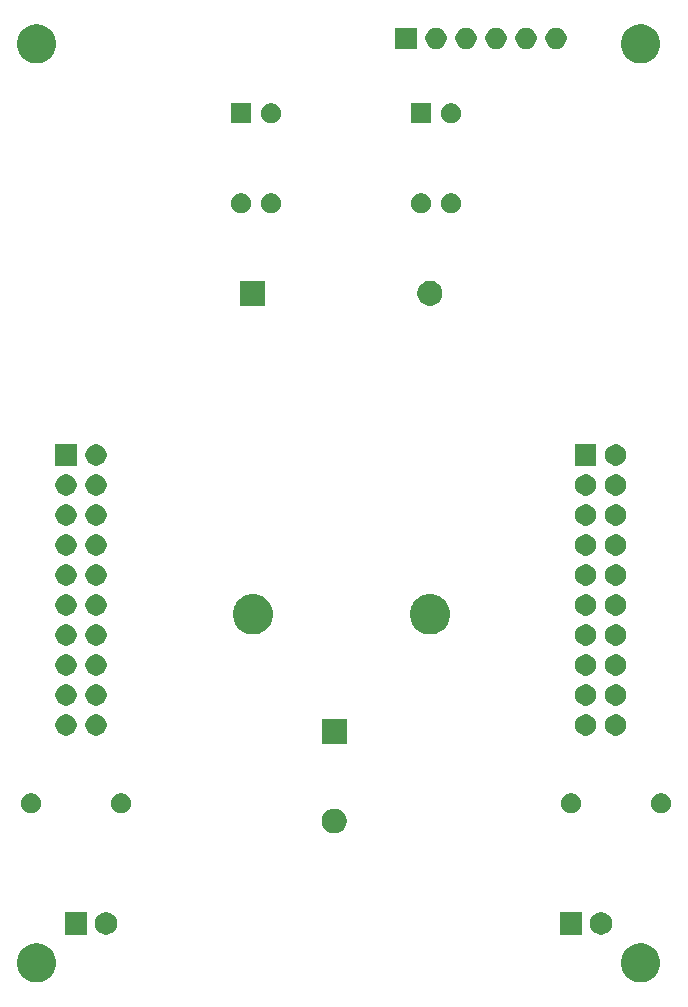
<source format=gbr>
G04 #@! TF.GenerationSoftware,KiCad,Pcbnew,5.1.5+dfsg1-2build2*
G04 #@! TF.CreationDate,2021-12-17T19:19:48-04:00*
G04 #@! TF.ProjectId,prototyping_backplane,70726f74-6f74-4797-9069-6e675f626163,B*
G04 #@! TF.SameCoordinates,Original*
G04 #@! TF.FileFunction,Soldermask,Top*
G04 #@! TF.FilePolarity,Negative*
%FSLAX46Y46*%
G04 Gerber Fmt 4.6, Leading zero omitted, Abs format (unit mm)*
G04 Created by KiCad (PCBNEW 5.1.5+dfsg1-2build2) date 2021-12-17 19:19:48*
%MOMM*%
%LPD*%
G04 APERTURE LIST*
%ADD10C,0.100000*%
G04 APERTURE END LIST*
D10*
G36*
X205655256Y-124931298D02*
G01*
X205761579Y-124952447D01*
X206062042Y-125076903D01*
X206332451Y-125257585D01*
X206562415Y-125487549D01*
X206743097Y-125757958D01*
X206867553Y-126058421D01*
X206931000Y-126377391D01*
X206931000Y-126702609D01*
X206867553Y-127021579D01*
X206743097Y-127322042D01*
X206562415Y-127592451D01*
X206332451Y-127822415D01*
X206062042Y-128003097D01*
X205761579Y-128127553D01*
X205655256Y-128148702D01*
X205442611Y-128191000D01*
X205117389Y-128191000D01*
X204904744Y-128148702D01*
X204798421Y-128127553D01*
X204497958Y-128003097D01*
X204227549Y-127822415D01*
X203997585Y-127592451D01*
X203816903Y-127322042D01*
X203692447Y-127021579D01*
X203629000Y-126702609D01*
X203629000Y-126377391D01*
X203692447Y-126058421D01*
X203816903Y-125757958D01*
X203997585Y-125487549D01*
X204227549Y-125257585D01*
X204497958Y-125076903D01*
X204798421Y-124952447D01*
X204904744Y-124931298D01*
X205117389Y-124889000D01*
X205442611Y-124889000D01*
X205655256Y-124931298D01*
G37*
G36*
X154505256Y-124931298D02*
G01*
X154611579Y-124952447D01*
X154912042Y-125076903D01*
X155182451Y-125257585D01*
X155412415Y-125487549D01*
X155593097Y-125757958D01*
X155717553Y-126058421D01*
X155781000Y-126377391D01*
X155781000Y-126702609D01*
X155717553Y-127021579D01*
X155593097Y-127322042D01*
X155412415Y-127592451D01*
X155182451Y-127822415D01*
X154912042Y-128003097D01*
X154611579Y-128127553D01*
X154505256Y-128148702D01*
X154292611Y-128191000D01*
X153967389Y-128191000D01*
X153754744Y-128148702D01*
X153648421Y-128127553D01*
X153347958Y-128003097D01*
X153077549Y-127822415D01*
X152847585Y-127592451D01*
X152666903Y-127322042D01*
X152542447Y-127021579D01*
X152479000Y-126702609D01*
X152479000Y-126377391D01*
X152542447Y-126058421D01*
X152666903Y-125757958D01*
X152847585Y-125487549D01*
X153077549Y-125257585D01*
X153347958Y-125076903D01*
X153648421Y-124952447D01*
X153754744Y-124931298D01*
X153967389Y-124889000D01*
X154292611Y-124889000D01*
X154505256Y-124931298D01*
G37*
G36*
X202207395Y-122275546D02*
G01*
X202380466Y-122347234D01*
X202380467Y-122347235D01*
X202536227Y-122451310D01*
X202668690Y-122583773D01*
X202668691Y-122583775D01*
X202772766Y-122739534D01*
X202844454Y-122912605D01*
X202881000Y-123096333D01*
X202881000Y-123283667D01*
X202844454Y-123467395D01*
X202772766Y-123640466D01*
X202772765Y-123640467D01*
X202668690Y-123796227D01*
X202536227Y-123928690D01*
X202457818Y-123981081D01*
X202380466Y-124032766D01*
X202207395Y-124104454D01*
X202023667Y-124141000D01*
X201836333Y-124141000D01*
X201652605Y-124104454D01*
X201479534Y-124032766D01*
X201402182Y-123981081D01*
X201323773Y-123928690D01*
X201191310Y-123796227D01*
X201087235Y-123640467D01*
X201087234Y-123640466D01*
X201015546Y-123467395D01*
X200979000Y-123283667D01*
X200979000Y-123096333D01*
X201015546Y-122912605D01*
X201087234Y-122739534D01*
X201191309Y-122583775D01*
X201191310Y-122583773D01*
X201323773Y-122451310D01*
X201479533Y-122347235D01*
X201479534Y-122347234D01*
X201652605Y-122275546D01*
X201836333Y-122239000D01*
X202023667Y-122239000D01*
X202207395Y-122275546D01*
G37*
G36*
X158431000Y-124141000D02*
G01*
X156529000Y-124141000D01*
X156529000Y-122239000D01*
X158431000Y-122239000D01*
X158431000Y-124141000D01*
G37*
G36*
X160297395Y-122275546D02*
G01*
X160470466Y-122347234D01*
X160470467Y-122347235D01*
X160626227Y-122451310D01*
X160758690Y-122583773D01*
X160758691Y-122583775D01*
X160862766Y-122739534D01*
X160934454Y-122912605D01*
X160971000Y-123096333D01*
X160971000Y-123283667D01*
X160934454Y-123467395D01*
X160862766Y-123640466D01*
X160862765Y-123640467D01*
X160758690Y-123796227D01*
X160626227Y-123928690D01*
X160547818Y-123981081D01*
X160470466Y-124032766D01*
X160297395Y-124104454D01*
X160113667Y-124141000D01*
X159926333Y-124141000D01*
X159742605Y-124104454D01*
X159569534Y-124032766D01*
X159492182Y-123981081D01*
X159413773Y-123928690D01*
X159281310Y-123796227D01*
X159177235Y-123640467D01*
X159177234Y-123640466D01*
X159105546Y-123467395D01*
X159069000Y-123283667D01*
X159069000Y-123096333D01*
X159105546Y-122912605D01*
X159177234Y-122739534D01*
X159281309Y-122583775D01*
X159281310Y-122583773D01*
X159413773Y-122451310D01*
X159569533Y-122347235D01*
X159569534Y-122347234D01*
X159742605Y-122275546D01*
X159926333Y-122239000D01*
X160113667Y-122239000D01*
X160297395Y-122275546D01*
G37*
G36*
X200341000Y-124141000D02*
G01*
X198439000Y-124141000D01*
X198439000Y-122239000D01*
X200341000Y-122239000D01*
X200341000Y-124141000D01*
G37*
G36*
X179646564Y-113509389D02*
G01*
X179837833Y-113588615D01*
X179837835Y-113588616D01*
X180009973Y-113703635D01*
X180156365Y-113850027D01*
X180177061Y-113881000D01*
X180271385Y-114022167D01*
X180350611Y-114213436D01*
X180391000Y-114416484D01*
X180391000Y-114623516D01*
X180350611Y-114826564D01*
X180271385Y-115017833D01*
X180271384Y-115017835D01*
X180156365Y-115189973D01*
X180009973Y-115336365D01*
X179837835Y-115451384D01*
X179837834Y-115451385D01*
X179837833Y-115451385D01*
X179646564Y-115530611D01*
X179443516Y-115571000D01*
X179236484Y-115571000D01*
X179033436Y-115530611D01*
X178842167Y-115451385D01*
X178842166Y-115451385D01*
X178842165Y-115451384D01*
X178670027Y-115336365D01*
X178523635Y-115189973D01*
X178408616Y-115017835D01*
X178408615Y-115017833D01*
X178329389Y-114826564D01*
X178289000Y-114623516D01*
X178289000Y-114416484D01*
X178329389Y-114213436D01*
X178408615Y-114022167D01*
X178502940Y-113881000D01*
X178523635Y-113850027D01*
X178670027Y-113703635D01*
X178842165Y-113588616D01*
X178842167Y-113588615D01*
X179033436Y-113509389D01*
X179236484Y-113469000D01*
X179443516Y-113469000D01*
X179646564Y-113509389D01*
G37*
G36*
X161538228Y-112211703D02*
G01*
X161693100Y-112275853D01*
X161832481Y-112368985D01*
X161951015Y-112487519D01*
X162044147Y-112626900D01*
X162108297Y-112781772D01*
X162141000Y-112946184D01*
X162141000Y-113113816D01*
X162108297Y-113278228D01*
X162044147Y-113433100D01*
X161951015Y-113572481D01*
X161832481Y-113691015D01*
X161693100Y-113784147D01*
X161538228Y-113848297D01*
X161373816Y-113881000D01*
X161206184Y-113881000D01*
X161041772Y-113848297D01*
X160886900Y-113784147D01*
X160747519Y-113691015D01*
X160628985Y-113572481D01*
X160535853Y-113433100D01*
X160471703Y-113278228D01*
X160439000Y-113113816D01*
X160439000Y-112946184D01*
X160471703Y-112781772D01*
X160535853Y-112626900D01*
X160628985Y-112487519D01*
X160747519Y-112368985D01*
X160886900Y-112275853D01*
X161041772Y-112211703D01*
X161206184Y-112179000D01*
X161373816Y-112179000D01*
X161538228Y-112211703D01*
G37*
G36*
X207258228Y-112211703D02*
G01*
X207413100Y-112275853D01*
X207552481Y-112368985D01*
X207671015Y-112487519D01*
X207764147Y-112626900D01*
X207828297Y-112781772D01*
X207861000Y-112946184D01*
X207861000Y-113113816D01*
X207828297Y-113278228D01*
X207764147Y-113433100D01*
X207671015Y-113572481D01*
X207552481Y-113691015D01*
X207413100Y-113784147D01*
X207258228Y-113848297D01*
X207093816Y-113881000D01*
X206926184Y-113881000D01*
X206761772Y-113848297D01*
X206606900Y-113784147D01*
X206467519Y-113691015D01*
X206348985Y-113572481D01*
X206255853Y-113433100D01*
X206191703Y-113278228D01*
X206159000Y-113113816D01*
X206159000Y-112946184D01*
X206191703Y-112781772D01*
X206255853Y-112626900D01*
X206348985Y-112487519D01*
X206467519Y-112368985D01*
X206606900Y-112275853D01*
X206761772Y-112211703D01*
X206926184Y-112179000D01*
X207093816Y-112179000D01*
X207258228Y-112211703D01*
G37*
G36*
X199638228Y-112211703D02*
G01*
X199793100Y-112275853D01*
X199932481Y-112368985D01*
X200051015Y-112487519D01*
X200144147Y-112626900D01*
X200208297Y-112781772D01*
X200241000Y-112946184D01*
X200241000Y-113113816D01*
X200208297Y-113278228D01*
X200144147Y-113433100D01*
X200051015Y-113572481D01*
X199932481Y-113691015D01*
X199793100Y-113784147D01*
X199638228Y-113848297D01*
X199473816Y-113881000D01*
X199306184Y-113881000D01*
X199141772Y-113848297D01*
X198986900Y-113784147D01*
X198847519Y-113691015D01*
X198728985Y-113572481D01*
X198635853Y-113433100D01*
X198571703Y-113278228D01*
X198539000Y-113113816D01*
X198539000Y-112946184D01*
X198571703Y-112781772D01*
X198635853Y-112626900D01*
X198728985Y-112487519D01*
X198847519Y-112368985D01*
X198986900Y-112275853D01*
X199141772Y-112211703D01*
X199306184Y-112179000D01*
X199473816Y-112179000D01*
X199638228Y-112211703D01*
G37*
G36*
X153918228Y-112211703D02*
G01*
X154073100Y-112275853D01*
X154212481Y-112368985D01*
X154331015Y-112487519D01*
X154424147Y-112626900D01*
X154488297Y-112781772D01*
X154521000Y-112946184D01*
X154521000Y-113113816D01*
X154488297Y-113278228D01*
X154424147Y-113433100D01*
X154331015Y-113572481D01*
X154212481Y-113691015D01*
X154073100Y-113784147D01*
X153918228Y-113848297D01*
X153753816Y-113881000D01*
X153586184Y-113881000D01*
X153421772Y-113848297D01*
X153266900Y-113784147D01*
X153127519Y-113691015D01*
X153008985Y-113572481D01*
X152915853Y-113433100D01*
X152851703Y-113278228D01*
X152819000Y-113113816D01*
X152819000Y-112946184D01*
X152851703Y-112781772D01*
X152915853Y-112626900D01*
X153008985Y-112487519D01*
X153127519Y-112368985D01*
X153266900Y-112275853D01*
X153421772Y-112211703D01*
X153586184Y-112179000D01*
X153753816Y-112179000D01*
X153918228Y-112211703D01*
G37*
G36*
X180391000Y-107971000D02*
G01*
X178289000Y-107971000D01*
X178289000Y-105869000D01*
X180391000Y-105869000D01*
X180391000Y-107971000D01*
G37*
G36*
X159283512Y-105503927D02*
G01*
X159432812Y-105533624D01*
X159596784Y-105601544D01*
X159744354Y-105700147D01*
X159869853Y-105825646D01*
X159968456Y-105973216D01*
X160036376Y-106137188D01*
X160071000Y-106311259D01*
X160071000Y-106488741D01*
X160036376Y-106662812D01*
X159968456Y-106826784D01*
X159869853Y-106974354D01*
X159744354Y-107099853D01*
X159596784Y-107198456D01*
X159432812Y-107266376D01*
X159283512Y-107296073D01*
X159258742Y-107301000D01*
X159081258Y-107301000D01*
X159056488Y-107296073D01*
X158907188Y-107266376D01*
X158743216Y-107198456D01*
X158595646Y-107099853D01*
X158470147Y-106974354D01*
X158371544Y-106826784D01*
X158303624Y-106662812D01*
X158269000Y-106488741D01*
X158269000Y-106311259D01*
X158303624Y-106137188D01*
X158371544Y-105973216D01*
X158470147Y-105825646D01*
X158595646Y-105700147D01*
X158743216Y-105601544D01*
X158907188Y-105533624D01*
X159056488Y-105503927D01*
X159081258Y-105499000D01*
X159258742Y-105499000D01*
X159283512Y-105503927D01*
G37*
G36*
X203283512Y-105503927D02*
G01*
X203432812Y-105533624D01*
X203596784Y-105601544D01*
X203744354Y-105700147D01*
X203869853Y-105825646D01*
X203968456Y-105973216D01*
X204036376Y-106137188D01*
X204071000Y-106311259D01*
X204071000Y-106488741D01*
X204036376Y-106662812D01*
X203968456Y-106826784D01*
X203869853Y-106974354D01*
X203744354Y-107099853D01*
X203596784Y-107198456D01*
X203432812Y-107266376D01*
X203283512Y-107296073D01*
X203258742Y-107301000D01*
X203081258Y-107301000D01*
X203056488Y-107296073D01*
X202907188Y-107266376D01*
X202743216Y-107198456D01*
X202595646Y-107099853D01*
X202470147Y-106974354D01*
X202371544Y-106826784D01*
X202303624Y-106662812D01*
X202269000Y-106488741D01*
X202269000Y-106311259D01*
X202303624Y-106137188D01*
X202371544Y-105973216D01*
X202470147Y-105825646D01*
X202595646Y-105700147D01*
X202743216Y-105601544D01*
X202907188Y-105533624D01*
X203056488Y-105503927D01*
X203081258Y-105499000D01*
X203258742Y-105499000D01*
X203283512Y-105503927D01*
G37*
G36*
X200743512Y-105503927D02*
G01*
X200892812Y-105533624D01*
X201056784Y-105601544D01*
X201204354Y-105700147D01*
X201329853Y-105825646D01*
X201428456Y-105973216D01*
X201496376Y-106137188D01*
X201531000Y-106311259D01*
X201531000Y-106488741D01*
X201496376Y-106662812D01*
X201428456Y-106826784D01*
X201329853Y-106974354D01*
X201204354Y-107099853D01*
X201056784Y-107198456D01*
X200892812Y-107266376D01*
X200743512Y-107296073D01*
X200718742Y-107301000D01*
X200541258Y-107301000D01*
X200516488Y-107296073D01*
X200367188Y-107266376D01*
X200203216Y-107198456D01*
X200055646Y-107099853D01*
X199930147Y-106974354D01*
X199831544Y-106826784D01*
X199763624Y-106662812D01*
X199729000Y-106488741D01*
X199729000Y-106311259D01*
X199763624Y-106137188D01*
X199831544Y-105973216D01*
X199930147Y-105825646D01*
X200055646Y-105700147D01*
X200203216Y-105601544D01*
X200367188Y-105533624D01*
X200516488Y-105503927D01*
X200541258Y-105499000D01*
X200718742Y-105499000D01*
X200743512Y-105503927D01*
G37*
G36*
X156743512Y-105503927D02*
G01*
X156892812Y-105533624D01*
X157056784Y-105601544D01*
X157204354Y-105700147D01*
X157329853Y-105825646D01*
X157428456Y-105973216D01*
X157496376Y-106137188D01*
X157531000Y-106311259D01*
X157531000Y-106488741D01*
X157496376Y-106662812D01*
X157428456Y-106826784D01*
X157329853Y-106974354D01*
X157204354Y-107099853D01*
X157056784Y-107198456D01*
X156892812Y-107266376D01*
X156743512Y-107296073D01*
X156718742Y-107301000D01*
X156541258Y-107301000D01*
X156516488Y-107296073D01*
X156367188Y-107266376D01*
X156203216Y-107198456D01*
X156055646Y-107099853D01*
X155930147Y-106974354D01*
X155831544Y-106826784D01*
X155763624Y-106662812D01*
X155729000Y-106488741D01*
X155729000Y-106311259D01*
X155763624Y-106137188D01*
X155831544Y-105973216D01*
X155930147Y-105825646D01*
X156055646Y-105700147D01*
X156203216Y-105601544D01*
X156367188Y-105533624D01*
X156516488Y-105503927D01*
X156541258Y-105499000D01*
X156718742Y-105499000D01*
X156743512Y-105503927D01*
G37*
G36*
X203283512Y-102963927D02*
G01*
X203432812Y-102993624D01*
X203596784Y-103061544D01*
X203744354Y-103160147D01*
X203869853Y-103285646D01*
X203968456Y-103433216D01*
X204036376Y-103597188D01*
X204071000Y-103771259D01*
X204071000Y-103948741D01*
X204036376Y-104122812D01*
X203968456Y-104286784D01*
X203869853Y-104434354D01*
X203744354Y-104559853D01*
X203596784Y-104658456D01*
X203432812Y-104726376D01*
X203283512Y-104756073D01*
X203258742Y-104761000D01*
X203081258Y-104761000D01*
X203056488Y-104756073D01*
X202907188Y-104726376D01*
X202743216Y-104658456D01*
X202595646Y-104559853D01*
X202470147Y-104434354D01*
X202371544Y-104286784D01*
X202303624Y-104122812D01*
X202269000Y-103948741D01*
X202269000Y-103771259D01*
X202303624Y-103597188D01*
X202371544Y-103433216D01*
X202470147Y-103285646D01*
X202595646Y-103160147D01*
X202743216Y-103061544D01*
X202907188Y-102993624D01*
X203056488Y-102963927D01*
X203081258Y-102959000D01*
X203258742Y-102959000D01*
X203283512Y-102963927D01*
G37*
G36*
X159283512Y-102963927D02*
G01*
X159432812Y-102993624D01*
X159596784Y-103061544D01*
X159744354Y-103160147D01*
X159869853Y-103285646D01*
X159968456Y-103433216D01*
X160036376Y-103597188D01*
X160071000Y-103771259D01*
X160071000Y-103948741D01*
X160036376Y-104122812D01*
X159968456Y-104286784D01*
X159869853Y-104434354D01*
X159744354Y-104559853D01*
X159596784Y-104658456D01*
X159432812Y-104726376D01*
X159283512Y-104756073D01*
X159258742Y-104761000D01*
X159081258Y-104761000D01*
X159056488Y-104756073D01*
X158907188Y-104726376D01*
X158743216Y-104658456D01*
X158595646Y-104559853D01*
X158470147Y-104434354D01*
X158371544Y-104286784D01*
X158303624Y-104122812D01*
X158269000Y-103948741D01*
X158269000Y-103771259D01*
X158303624Y-103597188D01*
X158371544Y-103433216D01*
X158470147Y-103285646D01*
X158595646Y-103160147D01*
X158743216Y-103061544D01*
X158907188Y-102993624D01*
X159056488Y-102963927D01*
X159081258Y-102959000D01*
X159258742Y-102959000D01*
X159283512Y-102963927D01*
G37*
G36*
X200743512Y-102963927D02*
G01*
X200892812Y-102993624D01*
X201056784Y-103061544D01*
X201204354Y-103160147D01*
X201329853Y-103285646D01*
X201428456Y-103433216D01*
X201496376Y-103597188D01*
X201531000Y-103771259D01*
X201531000Y-103948741D01*
X201496376Y-104122812D01*
X201428456Y-104286784D01*
X201329853Y-104434354D01*
X201204354Y-104559853D01*
X201056784Y-104658456D01*
X200892812Y-104726376D01*
X200743512Y-104756073D01*
X200718742Y-104761000D01*
X200541258Y-104761000D01*
X200516488Y-104756073D01*
X200367188Y-104726376D01*
X200203216Y-104658456D01*
X200055646Y-104559853D01*
X199930147Y-104434354D01*
X199831544Y-104286784D01*
X199763624Y-104122812D01*
X199729000Y-103948741D01*
X199729000Y-103771259D01*
X199763624Y-103597188D01*
X199831544Y-103433216D01*
X199930147Y-103285646D01*
X200055646Y-103160147D01*
X200203216Y-103061544D01*
X200367188Y-102993624D01*
X200516488Y-102963927D01*
X200541258Y-102959000D01*
X200718742Y-102959000D01*
X200743512Y-102963927D01*
G37*
G36*
X156743512Y-102963927D02*
G01*
X156892812Y-102993624D01*
X157056784Y-103061544D01*
X157204354Y-103160147D01*
X157329853Y-103285646D01*
X157428456Y-103433216D01*
X157496376Y-103597188D01*
X157531000Y-103771259D01*
X157531000Y-103948741D01*
X157496376Y-104122812D01*
X157428456Y-104286784D01*
X157329853Y-104434354D01*
X157204354Y-104559853D01*
X157056784Y-104658456D01*
X156892812Y-104726376D01*
X156743512Y-104756073D01*
X156718742Y-104761000D01*
X156541258Y-104761000D01*
X156516488Y-104756073D01*
X156367188Y-104726376D01*
X156203216Y-104658456D01*
X156055646Y-104559853D01*
X155930147Y-104434354D01*
X155831544Y-104286784D01*
X155763624Y-104122812D01*
X155729000Y-103948741D01*
X155729000Y-103771259D01*
X155763624Y-103597188D01*
X155831544Y-103433216D01*
X155930147Y-103285646D01*
X156055646Y-103160147D01*
X156203216Y-103061544D01*
X156367188Y-102993624D01*
X156516488Y-102963927D01*
X156541258Y-102959000D01*
X156718742Y-102959000D01*
X156743512Y-102963927D01*
G37*
G36*
X200743512Y-100423927D02*
G01*
X200892812Y-100453624D01*
X201056784Y-100521544D01*
X201204354Y-100620147D01*
X201329853Y-100745646D01*
X201428456Y-100893216D01*
X201496376Y-101057188D01*
X201531000Y-101231259D01*
X201531000Y-101408741D01*
X201496376Y-101582812D01*
X201428456Y-101746784D01*
X201329853Y-101894354D01*
X201204354Y-102019853D01*
X201056784Y-102118456D01*
X200892812Y-102186376D01*
X200743512Y-102216073D01*
X200718742Y-102221000D01*
X200541258Y-102221000D01*
X200516488Y-102216073D01*
X200367188Y-102186376D01*
X200203216Y-102118456D01*
X200055646Y-102019853D01*
X199930147Y-101894354D01*
X199831544Y-101746784D01*
X199763624Y-101582812D01*
X199729000Y-101408741D01*
X199729000Y-101231259D01*
X199763624Y-101057188D01*
X199831544Y-100893216D01*
X199930147Y-100745646D01*
X200055646Y-100620147D01*
X200203216Y-100521544D01*
X200367188Y-100453624D01*
X200516488Y-100423927D01*
X200541258Y-100419000D01*
X200718742Y-100419000D01*
X200743512Y-100423927D01*
G37*
G36*
X203283512Y-100423927D02*
G01*
X203432812Y-100453624D01*
X203596784Y-100521544D01*
X203744354Y-100620147D01*
X203869853Y-100745646D01*
X203968456Y-100893216D01*
X204036376Y-101057188D01*
X204071000Y-101231259D01*
X204071000Y-101408741D01*
X204036376Y-101582812D01*
X203968456Y-101746784D01*
X203869853Y-101894354D01*
X203744354Y-102019853D01*
X203596784Y-102118456D01*
X203432812Y-102186376D01*
X203283512Y-102216073D01*
X203258742Y-102221000D01*
X203081258Y-102221000D01*
X203056488Y-102216073D01*
X202907188Y-102186376D01*
X202743216Y-102118456D01*
X202595646Y-102019853D01*
X202470147Y-101894354D01*
X202371544Y-101746784D01*
X202303624Y-101582812D01*
X202269000Y-101408741D01*
X202269000Y-101231259D01*
X202303624Y-101057188D01*
X202371544Y-100893216D01*
X202470147Y-100745646D01*
X202595646Y-100620147D01*
X202743216Y-100521544D01*
X202907188Y-100453624D01*
X203056488Y-100423927D01*
X203081258Y-100419000D01*
X203258742Y-100419000D01*
X203283512Y-100423927D01*
G37*
G36*
X156743512Y-100423927D02*
G01*
X156892812Y-100453624D01*
X157056784Y-100521544D01*
X157204354Y-100620147D01*
X157329853Y-100745646D01*
X157428456Y-100893216D01*
X157496376Y-101057188D01*
X157531000Y-101231259D01*
X157531000Y-101408741D01*
X157496376Y-101582812D01*
X157428456Y-101746784D01*
X157329853Y-101894354D01*
X157204354Y-102019853D01*
X157056784Y-102118456D01*
X156892812Y-102186376D01*
X156743512Y-102216073D01*
X156718742Y-102221000D01*
X156541258Y-102221000D01*
X156516488Y-102216073D01*
X156367188Y-102186376D01*
X156203216Y-102118456D01*
X156055646Y-102019853D01*
X155930147Y-101894354D01*
X155831544Y-101746784D01*
X155763624Y-101582812D01*
X155729000Y-101408741D01*
X155729000Y-101231259D01*
X155763624Y-101057188D01*
X155831544Y-100893216D01*
X155930147Y-100745646D01*
X156055646Y-100620147D01*
X156203216Y-100521544D01*
X156367188Y-100453624D01*
X156516488Y-100423927D01*
X156541258Y-100419000D01*
X156718742Y-100419000D01*
X156743512Y-100423927D01*
G37*
G36*
X159283512Y-100423927D02*
G01*
X159432812Y-100453624D01*
X159596784Y-100521544D01*
X159744354Y-100620147D01*
X159869853Y-100745646D01*
X159968456Y-100893216D01*
X160036376Y-101057188D01*
X160071000Y-101231259D01*
X160071000Y-101408741D01*
X160036376Y-101582812D01*
X159968456Y-101746784D01*
X159869853Y-101894354D01*
X159744354Y-102019853D01*
X159596784Y-102118456D01*
X159432812Y-102186376D01*
X159283512Y-102216073D01*
X159258742Y-102221000D01*
X159081258Y-102221000D01*
X159056488Y-102216073D01*
X158907188Y-102186376D01*
X158743216Y-102118456D01*
X158595646Y-102019853D01*
X158470147Y-101894354D01*
X158371544Y-101746784D01*
X158303624Y-101582812D01*
X158269000Y-101408741D01*
X158269000Y-101231259D01*
X158303624Y-101057188D01*
X158371544Y-100893216D01*
X158470147Y-100745646D01*
X158595646Y-100620147D01*
X158743216Y-100521544D01*
X158907188Y-100453624D01*
X159056488Y-100423927D01*
X159081258Y-100419000D01*
X159258742Y-100419000D01*
X159283512Y-100423927D01*
G37*
G36*
X156743512Y-97883927D02*
G01*
X156892812Y-97913624D01*
X157056784Y-97981544D01*
X157204354Y-98080147D01*
X157329853Y-98205646D01*
X157428456Y-98353216D01*
X157496376Y-98517188D01*
X157531000Y-98691259D01*
X157531000Y-98868741D01*
X157496376Y-99042812D01*
X157428456Y-99206784D01*
X157329853Y-99354354D01*
X157204354Y-99479853D01*
X157056784Y-99578456D01*
X156892812Y-99646376D01*
X156743512Y-99676073D01*
X156718742Y-99681000D01*
X156541258Y-99681000D01*
X156516488Y-99676073D01*
X156367188Y-99646376D01*
X156203216Y-99578456D01*
X156055646Y-99479853D01*
X155930147Y-99354354D01*
X155831544Y-99206784D01*
X155763624Y-99042812D01*
X155729000Y-98868741D01*
X155729000Y-98691259D01*
X155763624Y-98517188D01*
X155831544Y-98353216D01*
X155930147Y-98205646D01*
X156055646Y-98080147D01*
X156203216Y-97981544D01*
X156367188Y-97913624D01*
X156516488Y-97883927D01*
X156541258Y-97879000D01*
X156718742Y-97879000D01*
X156743512Y-97883927D01*
G37*
G36*
X159283512Y-97883927D02*
G01*
X159432812Y-97913624D01*
X159596784Y-97981544D01*
X159744354Y-98080147D01*
X159869853Y-98205646D01*
X159968456Y-98353216D01*
X160036376Y-98517188D01*
X160071000Y-98691259D01*
X160071000Y-98868741D01*
X160036376Y-99042812D01*
X159968456Y-99206784D01*
X159869853Y-99354354D01*
X159744354Y-99479853D01*
X159596784Y-99578456D01*
X159432812Y-99646376D01*
X159283512Y-99676073D01*
X159258742Y-99681000D01*
X159081258Y-99681000D01*
X159056488Y-99676073D01*
X158907188Y-99646376D01*
X158743216Y-99578456D01*
X158595646Y-99479853D01*
X158470147Y-99354354D01*
X158371544Y-99206784D01*
X158303624Y-99042812D01*
X158269000Y-98868741D01*
X158269000Y-98691259D01*
X158303624Y-98517188D01*
X158371544Y-98353216D01*
X158470147Y-98205646D01*
X158595646Y-98080147D01*
X158743216Y-97981544D01*
X158907188Y-97913624D01*
X159056488Y-97883927D01*
X159081258Y-97879000D01*
X159258742Y-97879000D01*
X159283512Y-97883927D01*
G37*
G36*
X203283512Y-97883927D02*
G01*
X203432812Y-97913624D01*
X203596784Y-97981544D01*
X203744354Y-98080147D01*
X203869853Y-98205646D01*
X203968456Y-98353216D01*
X204036376Y-98517188D01*
X204071000Y-98691259D01*
X204071000Y-98868741D01*
X204036376Y-99042812D01*
X203968456Y-99206784D01*
X203869853Y-99354354D01*
X203744354Y-99479853D01*
X203596784Y-99578456D01*
X203432812Y-99646376D01*
X203283512Y-99676073D01*
X203258742Y-99681000D01*
X203081258Y-99681000D01*
X203056488Y-99676073D01*
X202907188Y-99646376D01*
X202743216Y-99578456D01*
X202595646Y-99479853D01*
X202470147Y-99354354D01*
X202371544Y-99206784D01*
X202303624Y-99042812D01*
X202269000Y-98868741D01*
X202269000Y-98691259D01*
X202303624Y-98517188D01*
X202371544Y-98353216D01*
X202470147Y-98205646D01*
X202595646Y-98080147D01*
X202743216Y-97981544D01*
X202907188Y-97913624D01*
X203056488Y-97883927D01*
X203081258Y-97879000D01*
X203258742Y-97879000D01*
X203283512Y-97883927D01*
G37*
G36*
X200743512Y-97883927D02*
G01*
X200892812Y-97913624D01*
X201056784Y-97981544D01*
X201204354Y-98080147D01*
X201329853Y-98205646D01*
X201428456Y-98353216D01*
X201496376Y-98517188D01*
X201531000Y-98691259D01*
X201531000Y-98868741D01*
X201496376Y-99042812D01*
X201428456Y-99206784D01*
X201329853Y-99354354D01*
X201204354Y-99479853D01*
X201056784Y-99578456D01*
X200892812Y-99646376D01*
X200743512Y-99676073D01*
X200718742Y-99681000D01*
X200541258Y-99681000D01*
X200516488Y-99676073D01*
X200367188Y-99646376D01*
X200203216Y-99578456D01*
X200055646Y-99479853D01*
X199930147Y-99354354D01*
X199831544Y-99206784D01*
X199763624Y-99042812D01*
X199729000Y-98868741D01*
X199729000Y-98691259D01*
X199763624Y-98517188D01*
X199831544Y-98353216D01*
X199930147Y-98205646D01*
X200055646Y-98080147D01*
X200203216Y-97981544D01*
X200367188Y-97913624D01*
X200516488Y-97883927D01*
X200541258Y-97879000D01*
X200718742Y-97879000D01*
X200743512Y-97883927D01*
G37*
G36*
X172946162Y-95379368D02*
G01*
X173255724Y-95507593D01*
X173255725Y-95507594D01*
X173534324Y-95693747D01*
X173771253Y-95930676D01*
X173895637Y-96116830D01*
X173957407Y-96209276D01*
X174085632Y-96518838D01*
X174151000Y-96847465D01*
X174151000Y-97182535D01*
X174085632Y-97511162D01*
X173957407Y-97820724D01*
X173957406Y-97820725D01*
X173771253Y-98099324D01*
X173534324Y-98336253D01*
X173348170Y-98460637D01*
X173255724Y-98522407D01*
X172946162Y-98650632D01*
X172617535Y-98716000D01*
X172282465Y-98716000D01*
X171953838Y-98650632D01*
X171644276Y-98522407D01*
X171551830Y-98460637D01*
X171365676Y-98336253D01*
X171128747Y-98099324D01*
X170942594Y-97820725D01*
X170942593Y-97820724D01*
X170814368Y-97511162D01*
X170749000Y-97182535D01*
X170749000Y-96847465D01*
X170814368Y-96518838D01*
X170942593Y-96209276D01*
X171004363Y-96116830D01*
X171128747Y-95930676D01*
X171365676Y-95693747D01*
X171644275Y-95507594D01*
X171644276Y-95507593D01*
X171953838Y-95379368D01*
X172282465Y-95314000D01*
X172617535Y-95314000D01*
X172946162Y-95379368D01*
G37*
G36*
X187936162Y-95379368D02*
G01*
X188245724Y-95507593D01*
X188245725Y-95507594D01*
X188524324Y-95693747D01*
X188761253Y-95930676D01*
X188885637Y-96116830D01*
X188947407Y-96209276D01*
X189075632Y-96518838D01*
X189141000Y-96847465D01*
X189141000Y-97182535D01*
X189075632Y-97511162D01*
X188947407Y-97820724D01*
X188947406Y-97820725D01*
X188761253Y-98099324D01*
X188524324Y-98336253D01*
X188338170Y-98460637D01*
X188245724Y-98522407D01*
X187936162Y-98650632D01*
X187607535Y-98716000D01*
X187272465Y-98716000D01*
X186943838Y-98650632D01*
X186634276Y-98522407D01*
X186541830Y-98460637D01*
X186355676Y-98336253D01*
X186118747Y-98099324D01*
X185932594Y-97820725D01*
X185932593Y-97820724D01*
X185804368Y-97511162D01*
X185739000Y-97182535D01*
X185739000Y-96847465D01*
X185804368Y-96518838D01*
X185932593Y-96209276D01*
X185994363Y-96116830D01*
X186118747Y-95930676D01*
X186355676Y-95693747D01*
X186634275Y-95507594D01*
X186634276Y-95507593D01*
X186943838Y-95379368D01*
X187272465Y-95314000D01*
X187607535Y-95314000D01*
X187936162Y-95379368D01*
G37*
G36*
X156743512Y-95343927D02*
G01*
X156892812Y-95373624D01*
X157056784Y-95441544D01*
X157204354Y-95540147D01*
X157329853Y-95665646D01*
X157428456Y-95813216D01*
X157496376Y-95977188D01*
X157531000Y-96151259D01*
X157531000Y-96328741D01*
X157496376Y-96502812D01*
X157428456Y-96666784D01*
X157329853Y-96814354D01*
X157204354Y-96939853D01*
X157056784Y-97038456D01*
X156892812Y-97106376D01*
X156743512Y-97136073D01*
X156718742Y-97141000D01*
X156541258Y-97141000D01*
X156516488Y-97136073D01*
X156367188Y-97106376D01*
X156203216Y-97038456D01*
X156055646Y-96939853D01*
X155930147Y-96814354D01*
X155831544Y-96666784D01*
X155763624Y-96502812D01*
X155729000Y-96328741D01*
X155729000Y-96151259D01*
X155763624Y-95977188D01*
X155831544Y-95813216D01*
X155930147Y-95665646D01*
X156055646Y-95540147D01*
X156203216Y-95441544D01*
X156367188Y-95373624D01*
X156516488Y-95343927D01*
X156541258Y-95339000D01*
X156718742Y-95339000D01*
X156743512Y-95343927D01*
G37*
G36*
X203283512Y-95343927D02*
G01*
X203432812Y-95373624D01*
X203596784Y-95441544D01*
X203744354Y-95540147D01*
X203869853Y-95665646D01*
X203968456Y-95813216D01*
X204036376Y-95977188D01*
X204071000Y-96151259D01*
X204071000Y-96328741D01*
X204036376Y-96502812D01*
X203968456Y-96666784D01*
X203869853Y-96814354D01*
X203744354Y-96939853D01*
X203596784Y-97038456D01*
X203432812Y-97106376D01*
X203283512Y-97136073D01*
X203258742Y-97141000D01*
X203081258Y-97141000D01*
X203056488Y-97136073D01*
X202907188Y-97106376D01*
X202743216Y-97038456D01*
X202595646Y-96939853D01*
X202470147Y-96814354D01*
X202371544Y-96666784D01*
X202303624Y-96502812D01*
X202269000Y-96328741D01*
X202269000Y-96151259D01*
X202303624Y-95977188D01*
X202371544Y-95813216D01*
X202470147Y-95665646D01*
X202595646Y-95540147D01*
X202743216Y-95441544D01*
X202907188Y-95373624D01*
X203056488Y-95343927D01*
X203081258Y-95339000D01*
X203258742Y-95339000D01*
X203283512Y-95343927D01*
G37*
G36*
X159283512Y-95343927D02*
G01*
X159432812Y-95373624D01*
X159596784Y-95441544D01*
X159744354Y-95540147D01*
X159869853Y-95665646D01*
X159968456Y-95813216D01*
X160036376Y-95977188D01*
X160071000Y-96151259D01*
X160071000Y-96328741D01*
X160036376Y-96502812D01*
X159968456Y-96666784D01*
X159869853Y-96814354D01*
X159744354Y-96939853D01*
X159596784Y-97038456D01*
X159432812Y-97106376D01*
X159283512Y-97136073D01*
X159258742Y-97141000D01*
X159081258Y-97141000D01*
X159056488Y-97136073D01*
X158907188Y-97106376D01*
X158743216Y-97038456D01*
X158595646Y-96939853D01*
X158470147Y-96814354D01*
X158371544Y-96666784D01*
X158303624Y-96502812D01*
X158269000Y-96328741D01*
X158269000Y-96151259D01*
X158303624Y-95977188D01*
X158371544Y-95813216D01*
X158470147Y-95665646D01*
X158595646Y-95540147D01*
X158743216Y-95441544D01*
X158907188Y-95373624D01*
X159056488Y-95343927D01*
X159081258Y-95339000D01*
X159258742Y-95339000D01*
X159283512Y-95343927D01*
G37*
G36*
X200743512Y-95343927D02*
G01*
X200892812Y-95373624D01*
X201056784Y-95441544D01*
X201204354Y-95540147D01*
X201329853Y-95665646D01*
X201428456Y-95813216D01*
X201496376Y-95977188D01*
X201531000Y-96151259D01*
X201531000Y-96328741D01*
X201496376Y-96502812D01*
X201428456Y-96666784D01*
X201329853Y-96814354D01*
X201204354Y-96939853D01*
X201056784Y-97038456D01*
X200892812Y-97106376D01*
X200743512Y-97136073D01*
X200718742Y-97141000D01*
X200541258Y-97141000D01*
X200516488Y-97136073D01*
X200367188Y-97106376D01*
X200203216Y-97038456D01*
X200055646Y-96939853D01*
X199930147Y-96814354D01*
X199831544Y-96666784D01*
X199763624Y-96502812D01*
X199729000Y-96328741D01*
X199729000Y-96151259D01*
X199763624Y-95977188D01*
X199831544Y-95813216D01*
X199930147Y-95665646D01*
X200055646Y-95540147D01*
X200203216Y-95441544D01*
X200367188Y-95373624D01*
X200516488Y-95343927D01*
X200541258Y-95339000D01*
X200718742Y-95339000D01*
X200743512Y-95343927D01*
G37*
G36*
X200743512Y-92803927D02*
G01*
X200892812Y-92833624D01*
X201056784Y-92901544D01*
X201204354Y-93000147D01*
X201329853Y-93125646D01*
X201428456Y-93273216D01*
X201496376Y-93437188D01*
X201531000Y-93611259D01*
X201531000Y-93788741D01*
X201496376Y-93962812D01*
X201428456Y-94126784D01*
X201329853Y-94274354D01*
X201204354Y-94399853D01*
X201056784Y-94498456D01*
X200892812Y-94566376D01*
X200743512Y-94596073D01*
X200718742Y-94601000D01*
X200541258Y-94601000D01*
X200516488Y-94596073D01*
X200367188Y-94566376D01*
X200203216Y-94498456D01*
X200055646Y-94399853D01*
X199930147Y-94274354D01*
X199831544Y-94126784D01*
X199763624Y-93962812D01*
X199729000Y-93788741D01*
X199729000Y-93611259D01*
X199763624Y-93437188D01*
X199831544Y-93273216D01*
X199930147Y-93125646D01*
X200055646Y-93000147D01*
X200203216Y-92901544D01*
X200367188Y-92833624D01*
X200516488Y-92803927D01*
X200541258Y-92799000D01*
X200718742Y-92799000D01*
X200743512Y-92803927D01*
G37*
G36*
X159283512Y-92803927D02*
G01*
X159432812Y-92833624D01*
X159596784Y-92901544D01*
X159744354Y-93000147D01*
X159869853Y-93125646D01*
X159968456Y-93273216D01*
X160036376Y-93437188D01*
X160071000Y-93611259D01*
X160071000Y-93788741D01*
X160036376Y-93962812D01*
X159968456Y-94126784D01*
X159869853Y-94274354D01*
X159744354Y-94399853D01*
X159596784Y-94498456D01*
X159432812Y-94566376D01*
X159283512Y-94596073D01*
X159258742Y-94601000D01*
X159081258Y-94601000D01*
X159056488Y-94596073D01*
X158907188Y-94566376D01*
X158743216Y-94498456D01*
X158595646Y-94399853D01*
X158470147Y-94274354D01*
X158371544Y-94126784D01*
X158303624Y-93962812D01*
X158269000Y-93788741D01*
X158269000Y-93611259D01*
X158303624Y-93437188D01*
X158371544Y-93273216D01*
X158470147Y-93125646D01*
X158595646Y-93000147D01*
X158743216Y-92901544D01*
X158907188Y-92833624D01*
X159056488Y-92803927D01*
X159081258Y-92799000D01*
X159258742Y-92799000D01*
X159283512Y-92803927D01*
G37*
G36*
X203283512Y-92803927D02*
G01*
X203432812Y-92833624D01*
X203596784Y-92901544D01*
X203744354Y-93000147D01*
X203869853Y-93125646D01*
X203968456Y-93273216D01*
X204036376Y-93437188D01*
X204071000Y-93611259D01*
X204071000Y-93788741D01*
X204036376Y-93962812D01*
X203968456Y-94126784D01*
X203869853Y-94274354D01*
X203744354Y-94399853D01*
X203596784Y-94498456D01*
X203432812Y-94566376D01*
X203283512Y-94596073D01*
X203258742Y-94601000D01*
X203081258Y-94601000D01*
X203056488Y-94596073D01*
X202907188Y-94566376D01*
X202743216Y-94498456D01*
X202595646Y-94399853D01*
X202470147Y-94274354D01*
X202371544Y-94126784D01*
X202303624Y-93962812D01*
X202269000Y-93788741D01*
X202269000Y-93611259D01*
X202303624Y-93437188D01*
X202371544Y-93273216D01*
X202470147Y-93125646D01*
X202595646Y-93000147D01*
X202743216Y-92901544D01*
X202907188Y-92833624D01*
X203056488Y-92803927D01*
X203081258Y-92799000D01*
X203258742Y-92799000D01*
X203283512Y-92803927D01*
G37*
G36*
X156743512Y-92803927D02*
G01*
X156892812Y-92833624D01*
X157056784Y-92901544D01*
X157204354Y-93000147D01*
X157329853Y-93125646D01*
X157428456Y-93273216D01*
X157496376Y-93437188D01*
X157531000Y-93611259D01*
X157531000Y-93788741D01*
X157496376Y-93962812D01*
X157428456Y-94126784D01*
X157329853Y-94274354D01*
X157204354Y-94399853D01*
X157056784Y-94498456D01*
X156892812Y-94566376D01*
X156743512Y-94596073D01*
X156718742Y-94601000D01*
X156541258Y-94601000D01*
X156516488Y-94596073D01*
X156367188Y-94566376D01*
X156203216Y-94498456D01*
X156055646Y-94399853D01*
X155930147Y-94274354D01*
X155831544Y-94126784D01*
X155763624Y-93962812D01*
X155729000Y-93788741D01*
X155729000Y-93611259D01*
X155763624Y-93437188D01*
X155831544Y-93273216D01*
X155930147Y-93125646D01*
X156055646Y-93000147D01*
X156203216Y-92901544D01*
X156367188Y-92833624D01*
X156516488Y-92803927D01*
X156541258Y-92799000D01*
X156718742Y-92799000D01*
X156743512Y-92803927D01*
G37*
G36*
X156743512Y-90263927D02*
G01*
X156892812Y-90293624D01*
X157056784Y-90361544D01*
X157204354Y-90460147D01*
X157329853Y-90585646D01*
X157428456Y-90733216D01*
X157496376Y-90897188D01*
X157531000Y-91071259D01*
X157531000Y-91248741D01*
X157496376Y-91422812D01*
X157428456Y-91586784D01*
X157329853Y-91734354D01*
X157204354Y-91859853D01*
X157056784Y-91958456D01*
X156892812Y-92026376D01*
X156743512Y-92056073D01*
X156718742Y-92061000D01*
X156541258Y-92061000D01*
X156516488Y-92056073D01*
X156367188Y-92026376D01*
X156203216Y-91958456D01*
X156055646Y-91859853D01*
X155930147Y-91734354D01*
X155831544Y-91586784D01*
X155763624Y-91422812D01*
X155729000Y-91248741D01*
X155729000Y-91071259D01*
X155763624Y-90897188D01*
X155831544Y-90733216D01*
X155930147Y-90585646D01*
X156055646Y-90460147D01*
X156203216Y-90361544D01*
X156367188Y-90293624D01*
X156516488Y-90263927D01*
X156541258Y-90259000D01*
X156718742Y-90259000D01*
X156743512Y-90263927D01*
G37*
G36*
X203283512Y-90263927D02*
G01*
X203432812Y-90293624D01*
X203596784Y-90361544D01*
X203744354Y-90460147D01*
X203869853Y-90585646D01*
X203968456Y-90733216D01*
X204036376Y-90897188D01*
X204071000Y-91071259D01*
X204071000Y-91248741D01*
X204036376Y-91422812D01*
X203968456Y-91586784D01*
X203869853Y-91734354D01*
X203744354Y-91859853D01*
X203596784Y-91958456D01*
X203432812Y-92026376D01*
X203283512Y-92056073D01*
X203258742Y-92061000D01*
X203081258Y-92061000D01*
X203056488Y-92056073D01*
X202907188Y-92026376D01*
X202743216Y-91958456D01*
X202595646Y-91859853D01*
X202470147Y-91734354D01*
X202371544Y-91586784D01*
X202303624Y-91422812D01*
X202269000Y-91248741D01*
X202269000Y-91071259D01*
X202303624Y-90897188D01*
X202371544Y-90733216D01*
X202470147Y-90585646D01*
X202595646Y-90460147D01*
X202743216Y-90361544D01*
X202907188Y-90293624D01*
X203056488Y-90263927D01*
X203081258Y-90259000D01*
X203258742Y-90259000D01*
X203283512Y-90263927D01*
G37*
G36*
X200743512Y-90263927D02*
G01*
X200892812Y-90293624D01*
X201056784Y-90361544D01*
X201204354Y-90460147D01*
X201329853Y-90585646D01*
X201428456Y-90733216D01*
X201496376Y-90897188D01*
X201531000Y-91071259D01*
X201531000Y-91248741D01*
X201496376Y-91422812D01*
X201428456Y-91586784D01*
X201329853Y-91734354D01*
X201204354Y-91859853D01*
X201056784Y-91958456D01*
X200892812Y-92026376D01*
X200743512Y-92056073D01*
X200718742Y-92061000D01*
X200541258Y-92061000D01*
X200516488Y-92056073D01*
X200367188Y-92026376D01*
X200203216Y-91958456D01*
X200055646Y-91859853D01*
X199930147Y-91734354D01*
X199831544Y-91586784D01*
X199763624Y-91422812D01*
X199729000Y-91248741D01*
X199729000Y-91071259D01*
X199763624Y-90897188D01*
X199831544Y-90733216D01*
X199930147Y-90585646D01*
X200055646Y-90460147D01*
X200203216Y-90361544D01*
X200367188Y-90293624D01*
X200516488Y-90263927D01*
X200541258Y-90259000D01*
X200718742Y-90259000D01*
X200743512Y-90263927D01*
G37*
G36*
X159283512Y-90263927D02*
G01*
X159432812Y-90293624D01*
X159596784Y-90361544D01*
X159744354Y-90460147D01*
X159869853Y-90585646D01*
X159968456Y-90733216D01*
X160036376Y-90897188D01*
X160071000Y-91071259D01*
X160071000Y-91248741D01*
X160036376Y-91422812D01*
X159968456Y-91586784D01*
X159869853Y-91734354D01*
X159744354Y-91859853D01*
X159596784Y-91958456D01*
X159432812Y-92026376D01*
X159283512Y-92056073D01*
X159258742Y-92061000D01*
X159081258Y-92061000D01*
X159056488Y-92056073D01*
X158907188Y-92026376D01*
X158743216Y-91958456D01*
X158595646Y-91859853D01*
X158470147Y-91734354D01*
X158371544Y-91586784D01*
X158303624Y-91422812D01*
X158269000Y-91248741D01*
X158269000Y-91071259D01*
X158303624Y-90897188D01*
X158371544Y-90733216D01*
X158470147Y-90585646D01*
X158595646Y-90460147D01*
X158743216Y-90361544D01*
X158907188Y-90293624D01*
X159056488Y-90263927D01*
X159081258Y-90259000D01*
X159258742Y-90259000D01*
X159283512Y-90263927D01*
G37*
G36*
X203283512Y-87723927D02*
G01*
X203432812Y-87753624D01*
X203596784Y-87821544D01*
X203744354Y-87920147D01*
X203869853Y-88045646D01*
X203968456Y-88193216D01*
X204036376Y-88357188D01*
X204071000Y-88531259D01*
X204071000Y-88708741D01*
X204036376Y-88882812D01*
X203968456Y-89046784D01*
X203869853Y-89194354D01*
X203744354Y-89319853D01*
X203596784Y-89418456D01*
X203432812Y-89486376D01*
X203283512Y-89516073D01*
X203258742Y-89521000D01*
X203081258Y-89521000D01*
X203056488Y-89516073D01*
X202907188Y-89486376D01*
X202743216Y-89418456D01*
X202595646Y-89319853D01*
X202470147Y-89194354D01*
X202371544Y-89046784D01*
X202303624Y-88882812D01*
X202269000Y-88708741D01*
X202269000Y-88531259D01*
X202303624Y-88357188D01*
X202371544Y-88193216D01*
X202470147Y-88045646D01*
X202595646Y-87920147D01*
X202743216Y-87821544D01*
X202907188Y-87753624D01*
X203056488Y-87723927D01*
X203081258Y-87719000D01*
X203258742Y-87719000D01*
X203283512Y-87723927D01*
G37*
G36*
X200743512Y-87723927D02*
G01*
X200892812Y-87753624D01*
X201056784Y-87821544D01*
X201204354Y-87920147D01*
X201329853Y-88045646D01*
X201428456Y-88193216D01*
X201496376Y-88357188D01*
X201531000Y-88531259D01*
X201531000Y-88708741D01*
X201496376Y-88882812D01*
X201428456Y-89046784D01*
X201329853Y-89194354D01*
X201204354Y-89319853D01*
X201056784Y-89418456D01*
X200892812Y-89486376D01*
X200743512Y-89516073D01*
X200718742Y-89521000D01*
X200541258Y-89521000D01*
X200516488Y-89516073D01*
X200367188Y-89486376D01*
X200203216Y-89418456D01*
X200055646Y-89319853D01*
X199930147Y-89194354D01*
X199831544Y-89046784D01*
X199763624Y-88882812D01*
X199729000Y-88708741D01*
X199729000Y-88531259D01*
X199763624Y-88357188D01*
X199831544Y-88193216D01*
X199930147Y-88045646D01*
X200055646Y-87920147D01*
X200203216Y-87821544D01*
X200367188Y-87753624D01*
X200516488Y-87723927D01*
X200541258Y-87719000D01*
X200718742Y-87719000D01*
X200743512Y-87723927D01*
G37*
G36*
X159283512Y-87723927D02*
G01*
X159432812Y-87753624D01*
X159596784Y-87821544D01*
X159744354Y-87920147D01*
X159869853Y-88045646D01*
X159968456Y-88193216D01*
X160036376Y-88357188D01*
X160071000Y-88531259D01*
X160071000Y-88708741D01*
X160036376Y-88882812D01*
X159968456Y-89046784D01*
X159869853Y-89194354D01*
X159744354Y-89319853D01*
X159596784Y-89418456D01*
X159432812Y-89486376D01*
X159283512Y-89516073D01*
X159258742Y-89521000D01*
X159081258Y-89521000D01*
X159056488Y-89516073D01*
X158907188Y-89486376D01*
X158743216Y-89418456D01*
X158595646Y-89319853D01*
X158470147Y-89194354D01*
X158371544Y-89046784D01*
X158303624Y-88882812D01*
X158269000Y-88708741D01*
X158269000Y-88531259D01*
X158303624Y-88357188D01*
X158371544Y-88193216D01*
X158470147Y-88045646D01*
X158595646Y-87920147D01*
X158743216Y-87821544D01*
X158907188Y-87753624D01*
X159056488Y-87723927D01*
X159081258Y-87719000D01*
X159258742Y-87719000D01*
X159283512Y-87723927D01*
G37*
G36*
X156743512Y-87723927D02*
G01*
X156892812Y-87753624D01*
X157056784Y-87821544D01*
X157204354Y-87920147D01*
X157329853Y-88045646D01*
X157428456Y-88193216D01*
X157496376Y-88357188D01*
X157531000Y-88531259D01*
X157531000Y-88708741D01*
X157496376Y-88882812D01*
X157428456Y-89046784D01*
X157329853Y-89194354D01*
X157204354Y-89319853D01*
X157056784Y-89418456D01*
X156892812Y-89486376D01*
X156743512Y-89516073D01*
X156718742Y-89521000D01*
X156541258Y-89521000D01*
X156516488Y-89516073D01*
X156367188Y-89486376D01*
X156203216Y-89418456D01*
X156055646Y-89319853D01*
X155930147Y-89194354D01*
X155831544Y-89046784D01*
X155763624Y-88882812D01*
X155729000Y-88708741D01*
X155729000Y-88531259D01*
X155763624Y-88357188D01*
X155831544Y-88193216D01*
X155930147Y-88045646D01*
X156055646Y-87920147D01*
X156203216Y-87821544D01*
X156367188Y-87753624D01*
X156516488Y-87723927D01*
X156541258Y-87719000D01*
X156718742Y-87719000D01*
X156743512Y-87723927D01*
G37*
G36*
X159283512Y-85183927D02*
G01*
X159432812Y-85213624D01*
X159596784Y-85281544D01*
X159744354Y-85380147D01*
X159869853Y-85505646D01*
X159968456Y-85653216D01*
X160036376Y-85817188D01*
X160071000Y-85991259D01*
X160071000Y-86168741D01*
X160036376Y-86342812D01*
X159968456Y-86506784D01*
X159869853Y-86654354D01*
X159744354Y-86779853D01*
X159596784Y-86878456D01*
X159432812Y-86946376D01*
X159283512Y-86976073D01*
X159258742Y-86981000D01*
X159081258Y-86981000D01*
X159056488Y-86976073D01*
X158907188Y-86946376D01*
X158743216Y-86878456D01*
X158595646Y-86779853D01*
X158470147Y-86654354D01*
X158371544Y-86506784D01*
X158303624Y-86342812D01*
X158269000Y-86168741D01*
X158269000Y-85991259D01*
X158303624Y-85817188D01*
X158371544Y-85653216D01*
X158470147Y-85505646D01*
X158595646Y-85380147D01*
X158743216Y-85281544D01*
X158907188Y-85213624D01*
X159056488Y-85183927D01*
X159081258Y-85179000D01*
X159258742Y-85179000D01*
X159283512Y-85183927D01*
G37*
G36*
X203283512Y-85183927D02*
G01*
X203432812Y-85213624D01*
X203596784Y-85281544D01*
X203744354Y-85380147D01*
X203869853Y-85505646D01*
X203968456Y-85653216D01*
X204036376Y-85817188D01*
X204071000Y-85991259D01*
X204071000Y-86168741D01*
X204036376Y-86342812D01*
X203968456Y-86506784D01*
X203869853Y-86654354D01*
X203744354Y-86779853D01*
X203596784Y-86878456D01*
X203432812Y-86946376D01*
X203283512Y-86976073D01*
X203258742Y-86981000D01*
X203081258Y-86981000D01*
X203056488Y-86976073D01*
X202907188Y-86946376D01*
X202743216Y-86878456D01*
X202595646Y-86779853D01*
X202470147Y-86654354D01*
X202371544Y-86506784D01*
X202303624Y-86342812D01*
X202269000Y-86168741D01*
X202269000Y-85991259D01*
X202303624Y-85817188D01*
X202371544Y-85653216D01*
X202470147Y-85505646D01*
X202595646Y-85380147D01*
X202743216Y-85281544D01*
X202907188Y-85213624D01*
X203056488Y-85183927D01*
X203081258Y-85179000D01*
X203258742Y-85179000D01*
X203283512Y-85183927D01*
G37*
G36*
X200743512Y-85183927D02*
G01*
X200892812Y-85213624D01*
X201056784Y-85281544D01*
X201204354Y-85380147D01*
X201329853Y-85505646D01*
X201428456Y-85653216D01*
X201496376Y-85817188D01*
X201531000Y-85991259D01*
X201531000Y-86168741D01*
X201496376Y-86342812D01*
X201428456Y-86506784D01*
X201329853Y-86654354D01*
X201204354Y-86779853D01*
X201056784Y-86878456D01*
X200892812Y-86946376D01*
X200743512Y-86976073D01*
X200718742Y-86981000D01*
X200541258Y-86981000D01*
X200516488Y-86976073D01*
X200367188Y-86946376D01*
X200203216Y-86878456D01*
X200055646Y-86779853D01*
X199930147Y-86654354D01*
X199831544Y-86506784D01*
X199763624Y-86342812D01*
X199729000Y-86168741D01*
X199729000Y-85991259D01*
X199763624Y-85817188D01*
X199831544Y-85653216D01*
X199930147Y-85505646D01*
X200055646Y-85380147D01*
X200203216Y-85281544D01*
X200367188Y-85213624D01*
X200516488Y-85183927D01*
X200541258Y-85179000D01*
X200718742Y-85179000D01*
X200743512Y-85183927D01*
G37*
G36*
X156743512Y-85183927D02*
G01*
X156892812Y-85213624D01*
X157056784Y-85281544D01*
X157204354Y-85380147D01*
X157329853Y-85505646D01*
X157428456Y-85653216D01*
X157496376Y-85817188D01*
X157531000Y-85991259D01*
X157531000Y-86168741D01*
X157496376Y-86342812D01*
X157428456Y-86506784D01*
X157329853Y-86654354D01*
X157204354Y-86779853D01*
X157056784Y-86878456D01*
X156892812Y-86946376D01*
X156743512Y-86976073D01*
X156718742Y-86981000D01*
X156541258Y-86981000D01*
X156516488Y-86976073D01*
X156367188Y-86946376D01*
X156203216Y-86878456D01*
X156055646Y-86779853D01*
X155930147Y-86654354D01*
X155831544Y-86506784D01*
X155763624Y-86342812D01*
X155729000Y-86168741D01*
X155729000Y-85991259D01*
X155763624Y-85817188D01*
X155831544Y-85653216D01*
X155930147Y-85505646D01*
X156055646Y-85380147D01*
X156203216Y-85281544D01*
X156367188Y-85213624D01*
X156516488Y-85183927D01*
X156541258Y-85179000D01*
X156718742Y-85179000D01*
X156743512Y-85183927D01*
G37*
G36*
X201531000Y-84441000D02*
G01*
X199729000Y-84441000D01*
X199729000Y-82639000D01*
X201531000Y-82639000D01*
X201531000Y-84441000D01*
G37*
G36*
X203283512Y-82643927D02*
G01*
X203432812Y-82673624D01*
X203596784Y-82741544D01*
X203744354Y-82840147D01*
X203869853Y-82965646D01*
X203968456Y-83113216D01*
X204036376Y-83277188D01*
X204071000Y-83451259D01*
X204071000Y-83628741D01*
X204036376Y-83802812D01*
X203968456Y-83966784D01*
X203869853Y-84114354D01*
X203744354Y-84239853D01*
X203596784Y-84338456D01*
X203432812Y-84406376D01*
X203283512Y-84436073D01*
X203258742Y-84441000D01*
X203081258Y-84441000D01*
X203056488Y-84436073D01*
X202907188Y-84406376D01*
X202743216Y-84338456D01*
X202595646Y-84239853D01*
X202470147Y-84114354D01*
X202371544Y-83966784D01*
X202303624Y-83802812D01*
X202269000Y-83628741D01*
X202269000Y-83451259D01*
X202303624Y-83277188D01*
X202371544Y-83113216D01*
X202470147Y-82965646D01*
X202595646Y-82840147D01*
X202743216Y-82741544D01*
X202907188Y-82673624D01*
X203056488Y-82643927D01*
X203081258Y-82639000D01*
X203258742Y-82639000D01*
X203283512Y-82643927D01*
G37*
G36*
X159283512Y-82643927D02*
G01*
X159432812Y-82673624D01*
X159596784Y-82741544D01*
X159744354Y-82840147D01*
X159869853Y-82965646D01*
X159968456Y-83113216D01*
X160036376Y-83277188D01*
X160071000Y-83451259D01*
X160071000Y-83628741D01*
X160036376Y-83802812D01*
X159968456Y-83966784D01*
X159869853Y-84114354D01*
X159744354Y-84239853D01*
X159596784Y-84338456D01*
X159432812Y-84406376D01*
X159283512Y-84436073D01*
X159258742Y-84441000D01*
X159081258Y-84441000D01*
X159056488Y-84436073D01*
X158907188Y-84406376D01*
X158743216Y-84338456D01*
X158595646Y-84239853D01*
X158470147Y-84114354D01*
X158371544Y-83966784D01*
X158303624Y-83802812D01*
X158269000Y-83628741D01*
X158269000Y-83451259D01*
X158303624Y-83277188D01*
X158371544Y-83113216D01*
X158470147Y-82965646D01*
X158595646Y-82840147D01*
X158743216Y-82741544D01*
X158907188Y-82673624D01*
X159056488Y-82643927D01*
X159081258Y-82639000D01*
X159258742Y-82639000D01*
X159283512Y-82643927D01*
G37*
G36*
X157531000Y-84441000D02*
G01*
X155729000Y-84441000D01*
X155729000Y-82639000D01*
X157531000Y-82639000D01*
X157531000Y-84441000D01*
G37*
G36*
X187746564Y-68839389D02*
G01*
X187937833Y-68918615D01*
X187937835Y-68918616D01*
X188109973Y-69033635D01*
X188256365Y-69180027D01*
X188371385Y-69352167D01*
X188450611Y-69543436D01*
X188491000Y-69746484D01*
X188491000Y-69953516D01*
X188450611Y-70156564D01*
X188371385Y-70347833D01*
X188371384Y-70347835D01*
X188256365Y-70519973D01*
X188109973Y-70666365D01*
X187937835Y-70781384D01*
X187937834Y-70781385D01*
X187937833Y-70781385D01*
X187746564Y-70860611D01*
X187543516Y-70901000D01*
X187336484Y-70901000D01*
X187133436Y-70860611D01*
X186942167Y-70781385D01*
X186942166Y-70781385D01*
X186942165Y-70781384D01*
X186770027Y-70666365D01*
X186623635Y-70519973D01*
X186508616Y-70347835D01*
X186508615Y-70347833D01*
X186429389Y-70156564D01*
X186389000Y-69953516D01*
X186389000Y-69746484D01*
X186429389Y-69543436D01*
X186508615Y-69352167D01*
X186623635Y-69180027D01*
X186770027Y-69033635D01*
X186942165Y-68918616D01*
X186942167Y-68918615D01*
X187133436Y-68839389D01*
X187336484Y-68799000D01*
X187543516Y-68799000D01*
X187746564Y-68839389D01*
G37*
G36*
X173501000Y-70901000D02*
G01*
X171399000Y-70901000D01*
X171399000Y-68799000D01*
X173501000Y-68799000D01*
X173501000Y-70901000D01*
G37*
G36*
X186938228Y-61411703D02*
G01*
X187093100Y-61475853D01*
X187232481Y-61568985D01*
X187351015Y-61687519D01*
X187444147Y-61826900D01*
X187508297Y-61981772D01*
X187541000Y-62146184D01*
X187541000Y-62313816D01*
X187508297Y-62478228D01*
X187444147Y-62633100D01*
X187351015Y-62772481D01*
X187232481Y-62891015D01*
X187093100Y-62984147D01*
X186938228Y-63048297D01*
X186773816Y-63081000D01*
X186606184Y-63081000D01*
X186441772Y-63048297D01*
X186286900Y-62984147D01*
X186147519Y-62891015D01*
X186028985Y-62772481D01*
X185935853Y-62633100D01*
X185871703Y-62478228D01*
X185839000Y-62313816D01*
X185839000Y-62146184D01*
X185871703Y-61981772D01*
X185935853Y-61826900D01*
X186028985Y-61687519D01*
X186147519Y-61568985D01*
X186286900Y-61475853D01*
X186441772Y-61411703D01*
X186606184Y-61379000D01*
X186773816Y-61379000D01*
X186938228Y-61411703D01*
G37*
G36*
X174238228Y-61411703D02*
G01*
X174393100Y-61475853D01*
X174532481Y-61568985D01*
X174651015Y-61687519D01*
X174744147Y-61826900D01*
X174808297Y-61981772D01*
X174841000Y-62146184D01*
X174841000Y-62313816D01*
X174808297Y-62478228D01*
X174744147Y-62633100D01*
X174651015Y-62772481D01*
X174532481Y-62891015D01*
X174393100Y-62984147D01*
X174238228Y-63048297D01*
X174073816Y-63081000D01*
X173906184Y-63081000D01*
X173741772Y-63048297D01*
X173586900Y-62984147D01*
X173447519Y-62891015D01*
X173328985Y-62772481D01*
X173235853Y-62633100D01*
X173171703Y-62478228D01*
X173139000Y-62313816D01*
X173139000Y-62146184D01*
X173171703Y-61981772D01*
X173235853Y-61826900D01*
X173328985Y-61687519D01*
X173447519Y-61568985D01*
X173586900Y-61475853D01*
X173741772Y-61411703D01*
X173906184Y-61379000D01*
X174073816Y-61379000D01*
X174238228Y-61411703D01*
G37*
G36*
X171698228Y-61411703D02*
G01*
X171853100Y-61475853D01*
X171992481Y-61568985D01*
X172111015Y-61687519D01*
X172204147Y-61826900D01*
X172268297Y-61981772D01*
X172301000Y-62146184D01*
X172301000Y-62313816D01*
X172268297Y-62478228D01*
X172204147Y-62633100D01*
X172111015Y-62772481D01*
X171992481Y-62891015D01*
X171853100Y-62984147D01*
X171698228Y-63048297D01*
X171533816Y-63081000D01*
X171366184Y-63081000D01*
X171201772Y-63048297D01*
X171046900Y-62984147D01*
X170907519Y-62891015D01*
X170788985Y-62772481D01*
X170695853Y-62633100D01*
X170631703Y-62478228D01*
X170599000Y-62313816D01*
X170599000Y-62146184D01*
X170631703Y-61981772D01*
X170695853Y-61826900D01*
X170788985Y-61687519D01*
X170907519Y-61568985D01*
X171046900Y-61475853D01*
X171201772Y-61411703D01*
X171366184Y-61379000D01*
X171533816Y-61379000D01*
X171698228Y-61411703D01*
G37*
G36*
X189478228Y-61411703D02*
G01*
X189633100Y-61475853D01*
X189772481Y-61568985D01*
X189891015Y-61687519D01*
X189984147Y-61826900D01*
X190048297Y-61981772D01*
X190081000Y-62146184D01*
X190081000Y-62313816D01*
X190048297Y-62478228D01*
X189984147Y-62633100D01*
X189891015Y-62772481D01*
X189772481Y-62891015D01*
X189633100Y-62984147D01*
X189478228Y-63048297D01*
X189313816Y-63081000D01*
X189146184Y-63081000D01*
X188981772Y-63048297D01*
X188826900Y-62984147D01*
X188687519Y-62891015D01*
X188568985Y-62772481D01*
X188475853Y-62633100D01*
X188411703Y-62478228D01*
X188379000Y-62313816D01*
X188379000Y-62146184D01*
X188411703Y-61981772D01*
X188475853Y-61826900D01*
X188568985Y-61687519D01*
X188687519Y-61568985D01*
X188826900Y-61475853D01*
X188981772Y-61411703D01*
X189146184Y-61379000D01*
X189313816Y-61379000D01*
X189478228Y-61411703D01*
G37*
G36*
X174238228Y-53791703D02*
G01*
X174393100Y-53855853D01*
X174532481Y-53948985D01*
X174651015Y-54067519D01*
X174744147Y-54206900D01*
X174808297Y-54361772D01*
X174841000Y-54526184D01*
X174841000Y-54693816D01*
X174808297Y-54858228D01*
X174744147Y-55013100D01*
X174651015Y-55152481D01*
X174532481Y-55271015D01*
X174393100Y-55364147D01*
X174238228Y-55428297D01*
X174073816Y-55461000D01*
X173906184Y-55461000D01*
X173741772Y-55428297D01*
X173586900Y-55364147D01*
X173447519Y-55271015D01*
X173328985Y-55152481D01*
X173235853Y-55013100D01*
X173171703Y-54858228D01*
X173139000Y-54693816D01*
X173139000Y-54526184D01*
X173171703Y-54361772D01*
X173235853Y-54206900D01*
X173328985Y-54067519D01*
X173447519Y-53948985D01*
X173586900Y-53855853D01*
X173741772Y-53791703D01*
X173906184Y-53759000D01*
X174073816Y-53759000D01*
X174238228Y-53791703D01*
G37*
G36*
X187541000Y-55461000D02*
G01*
X185839000Y-55461000D01*
X185839000Y-53759000D01*
X187541000Y-53759000D01*
X187541000Y-55461000D01*
G37*
G36*
X172301000Y-55461000D02*
G01*
X170599000Y-55461000D01*
X170599000Y-53759000D01*
X172301000Y-53759000D01*
X172301000Y-55461000D01*
G37*
G36*
X189478228Y-53791703D02*
G01*
X189633100Y-53855853D01*
X189772481Y-53948985D01*
X189891015Y-54067519D01*
X189984147Y-54206900D01*
X190048297Y-54361772D01*
X190081000Y-54526184D01*
X190081000Y-54693816D01*
X190048297Y-54858228D01*
X189984147Y-55013100D01*
X189891015Y-55152481D01*
X189772481Y-55271015D01*
X189633100Y-55364147D01*
X189478228Y-55428297D01*
X189313816Y-55461000D01*
X189146184Y-55461000D01*
X188981772Y-55428297D01*
X188826900Y-55364147D01*
X188687519Y-55271015D01*
X188568985Y-55152481D01*
X188475853Y-55013100D01*
X188411703Y-54858228D01*
X188379000Y-54693816D01*
X188379000Y-54526184D01*
X188411703Y-54361772D01*
X188475853Y-54206900D01*
X188568985Y-54067519D01*
X188687519Y-53948985D01*
X188826900Y-53855853D01*
X188981772Y-53791703D01*
X189146184Y-53759000D01*
X189313816Y-53759000D01*
X189478228Y-53791703D01*
G37*
G36*
X154505256Y-47111298D02*
G01*
X154611579Y-47132447D01*
X154912042Y-47256903D01*
X155182451Y-47437585D01*
X155412415Y-47667549D01*
X155593097Y-47937958D01*
X155689734Y-48171259D01*
X155717553Y-48238422D01*
X155781000Y-48557389D01*
X155781000Y-48882611D01*
X155765635Y-48959853D01*
X155717553Y-49201579D01*
X155593097Y-49502042D01*
X155412415Y-49772451D01*
X155182451Y-50002415D01*
X154912042Y-50183097D01*
X154611579Y-50307553D01*
X154505256Y-50328702D01*
X154292611Y-50371000D01*
X153967389Y-50371000D01*
X153754744Y-50328702D01*
X153648421Y-50307553D01*
X153347958Y-50183097D01*
X153077549Y-50002415D01*
X152847585Y-49772451D01*
X152666903Y-49502042D01*
X152542447Y-49201579D01*
X152494365Y-48959853D01*
X152479000Y-48882611D01*
X152479000Y-48557389D01*
X152542447Y-48238422D01*
X152570267Y-48171259D01*
X152666903Y-47937958D01*
X152847585Y-47667549D01*
X153077549Y-47437585D01*
X153347958Y-47256903D01*
X153648421Y-47132447D01*
X153754744Y-47111298D01*
X153967389Y-47069000D01*
X154292611Y-47069000D01*
X154505256Y-47111298D01*
G37*
G36*
X205655256Y-47111298D02*
G01*
X205761579Y-47132447D01*
X206062042Y-47256903D01*
X206332451Y-47437585D01*
X206562415Y-47667549D01*
X206743097Y-47937958D01*
X206839734Y-48171259D01*
X206867553Y-48238422D01*
X206931000Y-48557389D01*
X206931000Y-48882611D01*
X206915635Y-48959853D01*
X206867553Y-49201579D01*
X206743097Y-49502042D01*
X206562415Y-49772451D01*
X206332451Y-50002415D01*
X206062042Y-50183097D01*
X205761579Y-50307553D01*
X205655256Y-50328702D01*
X205442611Y-50371000D01*
X205117389Y-50371000D01*
X204904744Y-50328702D01*
X204798421Y-50307553D01*
X204497958Y-50183097D01*
X204227549Y-50002415D01*
X203997585Y-49772451D01*
X203816903Y-49502042D01*
X203692447Y-49201579D01*
X203644365Y-48959853D01*
X203629000Y-48882611D01*
X203629000Y-48557389D01*
X203692447Y-48238422D01*
X203720267Y-48171259D01*
X203816903Y-47937958D01*
X203997585Y-47667549D01*
X204227549Y-47437585D01*
X204497958Y-47256903D01*
X204798421Y-47132447D01*
X204904744Y-47111298D01*
X205117389Y-47069000D01*
X205442611Y-47069000D01*
X205655256Y-47111298D01*
G37*
G36*
X198233512Y-47363927D02*
G01*
X198382812Y-47393624D01*
X198546784Y-47461544D01*
X198694354Y-47560147D01*
X198819853Y-47685646D01*
X198918456Y-47833216D01*
X198986376Y-47997188D01*
X199021000Y-48171259D01*
X199021000Y-48348741D01*
X198986376Y-48522812D01*
X198918456Y-48686784D01*
X198819853Y-48834354D01*
X198694354Y-48959853D01*
X198546784Y-49058456D01*
X198382812Y-49126376D01*
X198233512Y-49156073D01*
X198208742Y-49161000D01*
X198031258Y-49161000D01*
X198006488Y-49156073D01*
X197857188Y-49126376D01*
X197693216Y-49058456D01*
X197545646Y-48959853D01*
X197420147Y-48834354D01*
X197321544Y-48686784D01*
X197253624Y-48522812D01*
X197219000Y-48348741D01*
X197219000Y-48171259D01*
X197253624Y-47997188D01*
X197321544Y-47833216D01*
X197420147Y-47685646D01*
X197545646Y-47560147D01*
X197693216Y-47461544D01*
X197857188Y-47393624D01*
X198006488Y-47363927D01*
X198031258Y-47359000D01*
X198208742Y-47359000D01*
X198233512Y-47363927D01*
G37*
G36*
X186321000Y-49161000D02*
G01*
X184519000Y-49161000D01*
X184519000Y-47359000D01*
X186321000Y-47359000D01*
X186321000Y-49161000D01*
G37*
G36*
X188073512Y-47363927D02*
G01*
X188222812Y-47393624D01*
X188386784Y-47461544D01*
X188534354Y-47560147D01*
X188659853Y-47685646D01*
X188758456Y-47833216D01*
X188826376Y-47997188D01*
X188861000Y-48171259D01*
X188861000Y-48348741D01*
X188826376Y-48522812D01*
X188758456Y-48686784D01*
X188659853Y-48834354D01*
X188534354Y-48959853D01*
X188386784Y-49058456D01*
X188222812Y-49126376D01*
X188073512Y-49156073D01*
X188048742Y-49161000D01*
X187871258Y-49161000D01*
X187846488Y-49156073D01*
X187697188Y-49126376D01*
X187533216Y-49058456D01*
X187385646Y-48959853D01*
X187260147Y-48834354D01*
X187161544Y-48686784D01*
X187093624Y-48522812D01*
X187059000Y-48348741D01*
X187059000Y-48171259D01*
X187093624Y-47997188D01*
X187161544Y-47833216D01*
X187260147Y-47685646D01*
X187385646Y-47560147D01*
X187533216Y-47461544D01*
X187697188Y-47393624D01*
X187846488Y-47363927D01*
X187871258Y-47359000D01*
X188048742Y-47359000D01*
X188073512Y-47363927D01*
G37*
G36*
X190613512Y-47363927D02*
G01*
X190762812Y-47393624D01*
X190926784Y-47461544D01*
X191074354Y-47560147D01*
X191199853Y-47685646D01*
X191298456Y-47833216D01*
X191366376Y-47997188D01*
X191401000Y-48171259D01*
X191401000Y-48348741D01*
X191366376Y-48522812D01*
X191298456Y-48686784D01*
X191199853Y-48834354D01*
X191074354Y-48959853D01*
X190926784Y-49058456D01*
X190762812Y-49126376D01*
X190613512Y-49156073D01*
X190588742Y-49161000D01*
X190411258Y-49161000D01*
X190386488Y-49156073D01*
X190237188Y-49126376D01*
X190073216Y-49058456D01*
X189925646Y-48959853D01*
X189800147Y-48834354D01*
X189701544Y-48686784D01*
X189633624Y-48522812D01*
X189599000Y-48348741D01*
X189599000Y-48171259D01*
X189633624Y-47997188D01*
X189701544Y-47833216D01*
X189800147Y-47685646D01*
X189925646Y-47560147D01*
X190073216Y-47461544D01*
X190237188Y-47393624D01*
X190386488Y-47363927D01*
X190411258Y-47359000D01*
X190588742Y-47359000D01*
X190613512Y-47363927D01*
G37*
G36*
X193153512Y-47363927D02*
G01*
X193302812Y-47393624D01*
X193466784Y-47461544D01*
X193614354Y-47560147D01*
X193739853Y-47685646D01*
X193838456Y-47833216D01*
X193906376Y-47997188D01*
X193941000Y-48171259D01*
X193941000Y-48348741D01*
X193906376Y-48522812D01*
X193838456Y-48686784D01*
X193739853Y-48834354D01*
X193614354Y-48959853D01*
X193466784Y-49058456D01*
X193302812Y-49126376D01*
X193153512Y-49156073D01*
X193128742Y-49161000D01*
X192951258Y-49161000D01*
X192926488Y-49156073D01*
X192777188Y-49126376D01*
X192613216Y-49058456D01*
X192465646Y-48959853D01*
X192340147Y-48834354D01*
X192241544Y-48686784D01*
X192173624Y-48522812D01*
X192139000Y-48348741D01*
X192139000Y-48171259D01*
X192173624Y-47997188D01*
X192241544Y-47833216D01*
X192340147Y-47685646D01*
X192465646Y-47560147D01*
X192613216Y-47461544D01*
X192777188Y-47393624D01*
X192926488Y-47363927D01*
X192951258Y-47359000D01*
X193128742Y-47359000D01*
X193153512Y-47363927D01*
G37*
G36*
X195693512Y-47363927D02*
G01*
X195842812Y-47393624D01*
X196006784Y-47461544D01*
X196154354Y-47560147D01*
X196279853Y-47685646D01*
X196378456Y-47833216D01*
X196446376Y-47997188D01*
X196481000Y-48171259D01*
X196481000Y-48348741D01*
X196446376Y-48522812D01*
X196378456Y-48686784D01*
X196279853Y-48834354D01*
X196154354Y-48959853D01*
X196006784Y-49058456D01*
X195842812Y-49126376D01*
X195693512Y-49156073D01*
X195668742Y-49161000D01*
X195491258Y-49161000D01*
X195466488Y-49156073D01*
X195317188Y-49126376D01*
X195153216Y-49058456D01*
X195005646Y-48959853D01*
X194880147Y-48834354D01*
X194781544Y-48686784D01*
X194713624Y-48522812D01*
X194679000Y-48348741D01*
X194679000Y-48171259D01*
X194713624Y-47997188D01*
X194781544Y-47833216D01*
X194880147Y-47685646D01*
X195005646Y-47560147D01*
X195153216Y-47461544D01*
X195317188Y-47393624D01*
X195466488Y-47363927D01*
X195491258Y-47359000D01*
X195668742Y-47359000D01*
X195693512Y-47363927D01*
G37*
M02*

</source>
